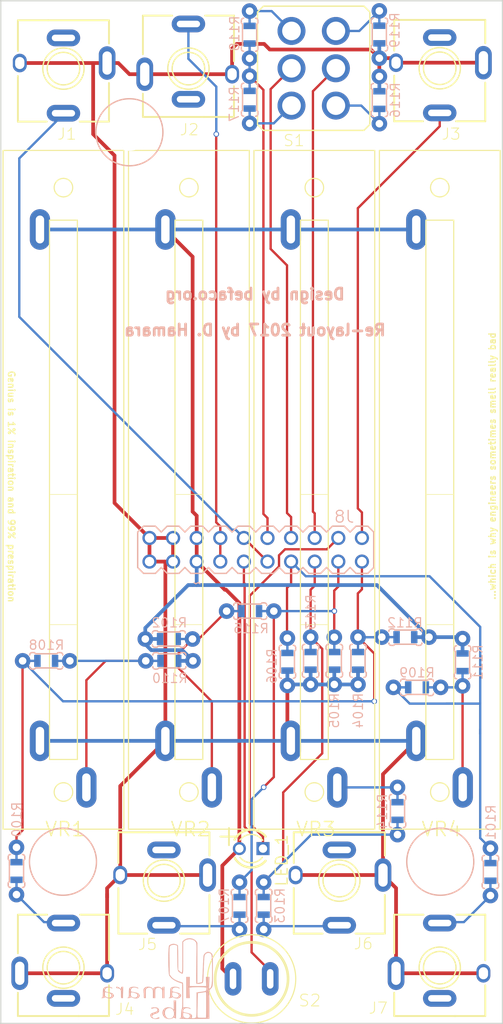
<source format=kicad_pcb>
(kicad_pcb (version 4) (host pcbnew 4.0.5)
  (layers (0 Top signal) (31 Bottom signal) (34 B.Paste user hide) (35 F.Paste user hide) (36 B.SilkS user) (37 F.SilkS user) (38 B.Mask user hide) (39 F.Mask user hide) (44 Edge.Cuts user))
  (net 0 "")
  (net 1 +12V)
  (net 2 GND)
  (net 3 /N$24)
  (net 4 /N$51)
  (net 5 /N$3)
  (net 6 /N$50)
  (net 7 /N$49)
  (net 8 /N$46)
  (net 9 /N$48)
  (net 10 /N$2)
  (net 11 /N$27)
  (net 12 /N$18)
  (net 13 /N$14)
  (net 14 /N$11)
  (net 15 TO_OUT)
  (net 16 TO_ATTACK_CV)
  (net 17 TO_DECCAY_CV)
  (net 18 TO_SUSTAIN_CV)
  (net 19 TO_RELEASE_CV)
  (net 20 TO_GATE_IN)
  (net 21 TO_MANUAL_TRIG)
  (net 22 TO_LED)
  (net 23 TO_IC_1_X)
  (net 24 TO_IC5_6)
  (net 25 TO_IC2_5)
  (net 26 TO_TRIGG_IN)
  (net 27 "Net-(J1-Pad2)")
  (net 28 "Net-(J2-Pad2)")
  (net 29 "Net-(J3-Pad2)")
  (net 30 "Net-(J4-Pad2)")
  (net 31 "Net-(J5-Pad2)")
  (net 32 "Net-(J6-Pad2)")
  (net 33 "Net-(J7-Pad2)")
  (module ADSR_FRONT:MA10-2 (layer Bottom) (at 148.941316 109.0536 180)
    (fp_text reference J8 (at -9.525 3.556 180) (layer B.SilkS) (effects (font (size 1.27 1.27) (thickness 0.127)) (justify mirror)))
    (fp_text value ~ (at 6.35 -3.556 180) (layer B.SilkS) (effects (font (size 1.27 1.27) (thickness 0.127)) (justify mirror)))
    (pad 1 thru_hole circle (at -11.43 -1.27 180) (size 1.524 3.048) (drill 1.016) (layers *.Cu *.Paste *.Mask) (net 16 TO_ATTACK_CV))
    (pad 2 thru_hole circle (at -11.43 1.27 180) (size 1.524 3.048) (drill 1.016) (layers *.Cu *.Paste *.Mask) (net 15 TO_OUT))
    (pad 3 thru_hole circle (at -8.89 -1.27 180) (size 1.524 3.048) (drill 1.016) (layers *.Cu *.Paste *.Mask) (net 17 TO_DECCAY_CV))
    (pad 4 thru_hole circle (at -8.89 1.27 180) (size 1.524 3.048) (drill 1.016) (layers *.Cu *.Paste *.Mask) (net 22 TO_LED))
    (pad 5 thru_hole circle (at -6.35 -1.27 180) (size 1.524 3.048) (drill 1.016) (layers *.Cu *.Paste *.Mask) (net 18 TO_SUSTAIN_CV))
    (pad 6 thru_hole circle (at -6.35 1.27 180) (size 1.524 3.048) (drill 1.016) (layers *.Cu *.Paste *.Mask) (net 23 TO_IC_1_X))
    (pad 7 thru_hole circle (at -3.81 -1.27 180) (size 1.524 3.048) (drill 1.016) (layers *.Cu *.Paste *.Mask) (net 19 TO_RELEASE_CV))
    (pad 8 thru_hole circle (at -3.81 1.27 180) (size 1.524 3.048) (drill 1.016) (layers *.Cu *.Paste *.Mask) (net 24 TO_IC5_6))
    (pad 9 thru_hole circle (at -1.27 -1.27 180) (size 1.524 3.048) (drill 1.016) (layers *.Cu *.Paste *.Mask) (net 20 TO_GATE_IN))
    (pad 10 thru_hole circle (at -1.27 1.27 180) (size 1.524 3.048) (drill 1.016) (layers *.Cu *.Paste *.Mask) (net 25 TO_IC2_5))
    (pad 11 thru_hole circle (at 1.27 -1.27 180) (size 1.524 3.048) (drill 1.016) (layers *.Cu *.Paste *.Mask) (net 21 TO_MANUAL_TRIG))
    (pad 12 thru_hole circle (at 1.27 1.27 180) (size 1.524 3.048) (drill 1.016) (layers *.Cu *.Paste *.Mask) (net 20 TO_GATE_IN))
    (pad 13 thru_hole circle (at 3.81 -1.27 180) (size 1.524 3.048) (drill 1.016) (layers *.Cu *.Paste *.Mask) (net 26 TO_TRIGG_IN))
    (pad 14 thru_hole circle (at 3.81 1.27 180) (size 1.524 3.048) (drill 1.016) (layers *.Cu *.Paste *.Mask) (net 26 TO_TRIGG_IN))
    (pad 15 thru_hole circle (at 6.35 -1.27 180) (size 1.524 3.048) (drill 1.016) (layers *.Cu *.Paste *.Mask) (net 1 +12V))
    (pad 16 thru_hole circle (at 6.35 1.27 180) (size 1.524 3.048) (drill 1.016) (layers *.Cu *.Paste *.Mask) (net 1 +12V))
    (pad 17 thru_hole circle (at 8.89 -1.27 180) (size 1.524 3.048) (drill 1.016) (layers *.Cu *.Paste *.Mask) (net 2 GND))
    (pad 18 thru_hole circle (at 8.89 1.27 180) (size 1.524 3.048) (drill 1.016) (layers *.Cu *.Paste *.Mask) (net 2 GND))
    (pad 19 thru_hole circle (at 11.43 -1.27 180) (size 1.524 3.048) (drill 1.016) (layers *.Cu *.Paste *.Mask) (net 2 GND))
    (pad 20 thru_hole circle (at 11.43 1.27 180) (size 1.524 3.048) (drill 1.016) (layers *.Cu *.Paste *.Mask) (net 2 GND))
  )
  (module Daves_footprints:Button_PS1024 (layer Top) (at 148.5 155.2)
    (fp_text reference S2 (at 6.26 2.33) (layer F.SilkS) (effects (font (size 1.27 1.27) (thickness 0.1016))))
    (fp_text value PS1024)
    (pad P$1 thru_hole oval (at -2 0 180) (size 1.8 3.6) (drill oval 0.7 2.2) (layers *.Cu *.Paste *.Mask) (net 1 +12V))
    (pad P$2 thru_hole oval (at 2 0 180) (size 1.8 3.6) (drill oval 0.7 2.1) (layers *.Cu *.Paste *.Mask) (net 21 TO_MANUAL_TRIG))
  )
  (module Daves_footprints:Hamara_labs_4_tiny (layer Bottom) (at 138.3 155.2 180)
    (fp_text reference G*** hide)
    (fp_text value LOGO hide)
  )
  (module Daves_footprints:Keystone_8848_spacer (layer Bottom) (at 168.801316 142.6036)
    (fp_text reference @HOLE2 hide)
    (fp_text value "")
    (pad "" np_thru_hole circle (at 0 0) (size 4 4) (drill 4) (layers *.Cu *.Mask))
  )
  (module Daves_footprints:Keystone_8848_spacer (layer Bottom) (at 128.201316 142.6036)
    (fp_text reference @HOLE1 hide)
    (fp_text value "")
    (pad "" np_thru_hole circle (at 0 0) (size 4 4) (drill 4) (layers *.Cu *.Mask))
  )
  (module Daves_footprints:Keystone_8848_spacer (layer Bottom) (at 135.35 64.15)
    (fp_text reference @HOLE0 hide)
    (fp_text value "")
    (pad "" np_thru_hole circle (at 0 0) (size 4 4) (drill 4) (layers *.Cu *.Mask))
  )
  (module Daves_footprints:Befaco_DPDT_toggle (layer Top) (at 155.180316 57.2676)
    (fp_text reference S1 (at -2.120316 7.7724) (layer F.SilkS) (effects (font (size 1.2065 1.2065) (thickness 0.1016))))
    (fp_text value Toggle)
    (pad 1 thru_hole circle (at -2.3876 -4.0132) (size 3.0099 3.0099) (drill 2.0066) (layers *.Cu *.Paste *.Mask) (net 13 /N$14))
    (pad 2 thru_hole circle (at -2.3876 0) (size 3.0099 3.0099) (drill 2.0066) (layers *.Cu *.Paste *.Mask) (net 24 TO_IC5_6))
    (pad 3 thru_hole circle (at -2.3876 4.0132) (size 3.0099 3.0099) (drill 2.0066) (layers *.Cu *.Paste *.Mask) (net 12 /N$18))
    (pad 4 thru_hole circle (at 2.3876 -4.0132) (size 3.0099 3.0099) (drill 2.0066) (layers *.Cu *.Paste *.Mask) (net 14 /N$11))
    (pad 5 thru_hole circle (at 2.3876 0) (size 3.0099 3.0099) (drill 2.0066) (layers *.Cu *.Paste *.Mask) (net 23 TO_IC_1_X))
    (pad 6 thru_hole circle (at 2.3876 4.0132) (size 3.0099 3.0099) (drill 2.0066) (layers *.Cu *.Paste *.Mask) (net 11 /N$27))
  )
  (module Daves_footprints:Befaco_VCADSR_SLIDER (layer Top) (at 128.251316 139.1036 90)
    (fp_text reference VR1 (at 0.0036 0.168684 180) (layer F.SilkS))
    (fp_text value 100K)
    (pad P$1 thru_hole oval (at 9.4996 -2.52984) (size 2.18186 4.36626) (drill oval 0.9 3) (layers *.Cu *.Paste *.Mask) (net 2 GND))
    (pad P$2 thru_hole oval (at 4.49834 2.46888) (size 2.18186 4.36626) (drill oval 0.9 3) (layers *.Cu *.Paste *.Mask) (net 8 /N$46))
    (pad P$3 thru_hole oval (at 64.49822 -2.52984) (size 2.18186 4.36626) (drill oval 0.9 3) (layers *.Cu *.Paste *.Mask) (net 1 +12V))
  )
  (module Daves_footprints:Befaco_VCADSR_SLIDER (layer Top) (at 141.751316 139.1036 90)
    (fp_text reference VR2 (at 0.0036 0.168684 180) (layer F.SilkS))
    (fp_text value 100K)
    (pad P$1 thru_hole oval (at 9.4996 -2.52984) (size 2.18186 4.36626) (drill oval 0.9 3) (layers *.Cu *.Paste *.Mask) (net 2 GND))
    (pad P$2 thru_hole oval (at 4.49834 2.46888) (size 2.18186 4.36626) (drill oval 0.9 3) (layers *.Cu *.Paste *.Mask) (net 7 /N$49))
    (pad P$3 thru_hole oval (at 64.49822 -2.52984) (size 2.18186 4.36626) (drill oval 0.9 3) (layers *.Cu *.Paste *.Mask) (net 1 +12V))
  )
  (module Daves_footprints:Befaco_VCADSR_SLIDER (layer Top) (at 155.251316 139.1036 90)
    (fp_text reference VR3 (at 0.0036 0.168684 180) (layer F.SilkS))
    (fp_text value 100K)
    (pad P$1 thru_hole oval (at 9.4996 -2.52984) (size 2.18186 4.36626) (drill oval 0.9 3) (layers *.Cu *.Paste *.Mask) (net 2 GND))
    (pad P$2 thru_hole oval (at 4.49834 2.46888) (size 2.18186 4.36626) (drill oval 0.9 3) (layers *.Cu *.Paste *.Mask) (net 10 /N$2))
    (pad P$3 thru_hole oval (at 64.49822 -2.52984) (size 2.18186 4.36626) (drill oval 0.9 3) (layers *.Cu *.Paste *.Mask) (net 1 +12V))
  )
  (module Daves_footprints:Befaco_VCADSR_SLIDER (layer Top) (at 168.751316 139.1036 90)
    (fp_text reference VR4 (at 0.0036 0.168684 180) (layer F.SilkS))
    (fp_text value 100K)
    (pad P$1 thru_hole oval (at 9.4996 -2.52984) (size 2.18186 4.36626) (drill oval 0.9 3) (layers *.Cu *.Paste *.Mask) (net 2 GND))
    (pad P$2 thru_hole oval (at 4.49834 2.46888) (size 2.18186 4.36626) (drill oval 0.9 3) (layers *.Cu *.Paste *.Mask) (net 9 /N$48))
    (pad P$3 thru_hole oval (at 64.49822 -2.52984) (size 2.18186 4.36626) (drill oval 0.9 3) (layers *.Cu *.Paste *.Mask) (net 1 +12V))
  )
  (module Daves_footprints:Befaco_LED3MM (layer Top) (at 148.453316 141.1916)
    (fp_text reference LED_1 (at 3.286684 1.2684 90) (layer F.SilkS) (effects (font (size 1.27 1.27) (thickness 0.1524))))
    (fp_text value LED3MM)
    (pad A thru_hole circle (at -1.27 0) (size 1.40716 1.40716) (drill 0.89916) (layers *.Cu *.Paste *.Mask) (net 1 +12V))
    (pad K thru_hole rect (at 1.27 0) (size 1.40716 1.40716) (drill 0.89916) (layers *.Cu *.Paste *.Mask) (net 22 TO_LED))
  )
  (module Daves_footprints:Befaco-0204_5_SMD (layer Bottom) (at 162.243816 53.638 90)
    (fp_text reference R119 (at 0.4699 1.6637 90) (layer B.SilkS) (effects (font (size 0.9906 0.9906) (thickness 0.127)) (justify mirror)))
    (fp_text value 100K)
    (pad 1 thru_hole circle (at -2.54 0 90) (size 1.6764 1.6764) (drill 0.8128) (layers *.Cu *.Paste *.Mask) (net 2 GND))
    (pad 2 thru_hole circle (at 2.54 0 90) (size 1.6764 1.6764) (drill 0.8128) (layers *.Cu *.Paste *.Mask) (net 14 /N$11))
    (pad 1 smd rect (at -0.95 0 90) (size 0.7 1.3) (layers Bottom B.Paste B.Mask) (net 2 GND))
    (pad 2 smd rect (at 0.95 0 90) (size 0.7 1.3) (layers Bottom B.Paste B.Mask) (net 14 /N$11))
  )
  (module Daves_footprints:Befaco-0204_5_SMD (layer Bottom) (at 148.283616 53.6596 90)
    (fp_text reference R118 (at 0.1346 -1.608616 90) (layer B.SilkS) (effects (font (size 0.9906 0.9906) (thickness 0.127)) (justify mirror)))
    (fp_text value 270R)
    (pad 1 thru_hole circle (at -2.54 0 90) (size 1.6764 1.6764) (drill 0.8128) (layers *.Cu *.Paste *.Mask) (net 25 TO_IC2_5))
    (pad 2 thru_hole circle (at 2.54 0 90) (size 1.6764 1.6764) (drill 0.8128) (layers *.Cu *.Paste *.Mask) (net 13 /N$14))
    (pad 1 smd rect (at -0.95 0 90) (size 0.7 1.3) (layers Bottom B.Paste B.Mask) (net 25 TO_IC2_5))
    (pad 2 smd rect (at 0.95 0 90) (size 0.7 1.3) (layers Bottom B.Paste B.Mask) (net 13 /N$14))
  )
  (module Daves_footprints:Befaco-0204_5_SMD (layer Bottom) (at 148.289016 60.6499 270)
    (fp_text reference R117 (at 0.4699 1.6637 270) (layer B.SilkS) (effects (font (size 0.9906 0.9906) (thickness 0.127)) (justify mirror)))
    (fp_text value 15K)
    (pad 1 thru_hole circle (at -2.54 0 270) (size 1.6764 1.6764) (drill 0.8128) (layers *.Cu *.Paste *.Mask) (net 25 TO_IC2_5))
    (pad 2 thru_hole circle (at 2.54 0 270) (size 1.6764 1.6764) (drill 0.8128) (layers *.Cu *.Paste *.Mask) (net 12 /N$18))
    (pad 1 smd rect (at -0.95 0 270) (size 0.7 1.3) (layers Bottom B.Paste B.Mask) (net 25 TO_IC2_5))
    (pad 2 smd rect (at 0.95 0 270) (size 0.7 1.3) (layers Bottom B.Paste B.Mask) (net 12 /N$18))
  )
  (module Daves_footprints:Befaco-0204_5_SMD (layer Bottom) (at 162.249216 60.6877 270)
    (fp_text reference R116 (at 0.0123 -1.700784 270) (layer B.SilkS) (effects (font (size 0.9906 0.9906) (thickness 0.127)) (justify mirror)))
    (fp_text value 27K)
    (pad 1 thru_hole circle (at -2.54 0 270) (size 1.6764 1.6764) (drill 0.8128) (layers *.Cu *.Paste *.Mask) (net 2 GND))
    (pad 2 thru_hole circle (at 2.54 0 270) (size 1.6764 1.6764) (drill 0.8128) (layers *.Cu *.Paste *.Mask) (net 11 /N$27))
    (pad 1 smd rect (at -0.95 0 270) (size 0.7 1.3) (layers Bottom B.Paste B.Mask) (net 2 GND))
    (pad 2 smd rect (at 0.95 0 270) (size 0.7 1.3) (layers Bottom B.Paste B.Mask) (net 11 /N$27))
  )
  (module Daves_footprints:Befaco-0204_5_SMD (layer Bottom) (at 148.35 115.65)
    (fp_text reference R115 (at 0.1 1.875) (layer B.SilkS) (effects (font (size 0.9906 0.9906) (thickness 0.127)) (justify mirror)))
    (fp_text value 30K)
    (pad 1 thru_hole circle (at -2.54 0) (size 1.6764 1.6764) (drill 0.8128) (layers *.Cu *.Paste *.Mask) (net 7 /N$49))
    (pad 2 thru_hole circle (at 2.54 0) (size 1.6764 1.6764) (drill 0.8128) (layers *.Cu *.Paste *.Mask) (net 17 TO_DECCAY_CV))
    (pad 1 smd rect (at -0.95 0) (size 0.7 1.3) (layers Bottom B.Paste B.Mask) (net 7 /N$49))
    (pad 2 smd rect (at 0.95 0) (size 0.7 1.3) (layers Bottom B.Paste B.Mask) (net 17 TO_DECCAY_CV))
  )
  (module Daves_footprints:Befaco-0204_5_SMD (layer Bottom) (at 164.2 137.15 270)
    (fp_text reference R114 (at 0.05 1.625 270) (layer B.SilkS) (effects (font (size 0.9906 0.9906) (thickness 0.127)) (justify mirror)))
    (fp_text value 30K)
    (pad 1 thru_hole circle (at -2.54 0 270) (size 1.6764 1.6764) (drill 0.8128) (layers *.Cu *.Paste *.Mask) (net 10 /N$2))
    (pad 2 thru_hole circle (at 2.54 0 270) (size 1.6764 1.6764) (drill 0.8128) (layers *.Cu *.Paste *.Mask) (net 18 TO_SUSTAIN_CV))
    (pad 1 smd rect (at -0.95 0 270) (size 0.7 1.3) (layers Bottom B.Paste B.Mask) (net 10 /N$2))
    (pad 2 smd rect (at 0.95 0 270) (size 0.7 1.3) (layers Bottom B.Paste B.Mask) (net 18 TO_SUSTAIN_CV))
  )
  (module Daves_footprints:Befaco-0204_5_SMD (layer Bottom) (at 154.85 121 270)
    (fp_text reference R113 (at -5.25 -0.025 270) (layer B.SilkS) (effects (font (size 0.9906 0.9906) (thickness 0.127)) (justify mirror)))
    (fp_text value 20K)
    (pad 1 thru_hole circle (at -2.54 0 270) (size 1.6764 1.6764) (drill 0.8128) (layers *.Cu *.Paste *.Mask) (net 18 TO_SUSTAIN_CV))
    (pad 2 thru_hole circle (at 2.54 0 270) (size 1.6764 1.6764) (drill 0.8128) (layers *.Cu *.Paste *.Mask) (net 2 GND))
    (pad 1 smd rect (at -0.95 0 270) (size 0.7 1.3) (layers Bottom B.Paste B.Mask) (net 18 TO_SUSTAIN_CV))
    (pad 2 smd rect (at 0.95 0 270) (size 0.7 1.3) (layers Bottom B.Paste B.Mask) (net 2 GND))
  )
  (module Daves_footprints:Befaco-0204_5_SMD (layer Bottom) (at 165.05 118.45 180)
    (fp_text reference R112 (at 0.05 1.55 180) (layer B.SilkS) (effects (font (size 0.9906 0.9906) (thickness 0.127)) (justify mirror)))
    (fp_text value 68K)
    (pad 1 thru_hole circle (at -2.54 0 180) (size 1.6764 1.6764) (drill 0.8128) (layers *.Cu *.Paste *.Mask) (net 1 +12V))
    (pad 2 thru_hole circle (at 2.54 0 180) (size 1.6764 1.6764) (drill 0.8128) (layers *.Cu *.Paste *.Mask) (net 16 TO_ATTACK_CV))
    (pad 1 smd rect (at -0.95 0 180) (size 0.7 1.3) (layers Bottom B.Paste B.Mask) (net 1 +12V))
    (pad 2 smd rect (at 0.95 0 180) (size 0.7 1.3) (layers Bottom B.Paste B.Mask) (net 16 TO_ATTACK_CV))
  )
  (module Daves_footprints:Befaco-0204_5_SMD (layer Bottom) (at 171.2 121.15 90)
    (fp_text reference R111 (at 0 1.65 90) (layer B.SilkS) (effects (font (size 0.9906 0.9906) (thickness 0.127)) (justify mirror)))
    (fp_text value 10K)
    (pad 1 thru_hole circle (at -2.54 0 90) (size 1.6764 1.6764) (drill 0.8128) (layers *.Cu *.Paste *.Mask) (net 9 /N$48))
    (pad 2 thru_hole circle (at 2.54 0 90) (size 1.6764 1.6764) (drill 0.8128) (layers *.Cu *.Paste *.Mask) (net 1 +12V))
    (pad 1 smd rect (at -0.95 0 90) (size 0.7 1.3) (layers Bottom B.Paste B.Mask) (net 9 /N$48))
    (pad 2 smd rect (at 0.95 0 90) (size 0.7 1.3) (layers Bottom B.Paste B.Mask) (net 1 +12V))
  )
  (module Daves_footprints:Befaco-0204_5_SMD (layer Bottom) (at 139.65 121)
    (fp_text reference R110 (at 0.05 1.875) (layer B.SilkS) (effects (font (size 0.9906 0.9906) (thickness 0.127)) (justify mirror)))
    (fp_text value 10K)
    (pad 1 thru_hole circle (at -2.54 0) (size 1.6764 1.6764) (drill 0.8128) (layers *.Cu *.Paste *.Mask) (net 8 /N$46))
    (pad 2 thru_hole circle (at 2.54 0) (size 1.6764 1.6764) (drill 0.8128) (layers *.Cu *.Paste *.Mask) (net 1 +12V))
    (pad 1 smd rect (at -0.95 0) (size 0.7 1.3) (layers Bottom B.Paste B.Mask) (net 8 /N$46))
    (pad 2 smd rect (at 0.95 0) (size 0.7 1.3) (layers Bottom B.Paste B.Mask) (net 1 +12V))
  )
  (module Daves_footprints:Befaco-0204_5_SMD (layer Bottom) (at 166.3 123.85 180)
    (fp_text reference R109 (at 0 1.575 180) (layer B.SilkS) (effects (font (size 0.9906 0.9906) (thickness 0.127)) (justify mirror)))
    (fp_text value 30K)
    (pad 1 thru_hole circle (at -2.54 0 180) (size 1.6764 1.6764) (drill 0.8128) (layers *.Cu *.Paste *.Mask) (net 9 /N$48))
    (pad 2 thru_hole circle (at 2.54 0 180) (size 1.6764 1.6764) (drill 0.8128) (layers *.Cu *.Paste *.Mask) (net 19 TO_RELEASE_CV))
    (pad 1 smd rect (at -0.95 0 180) (size 0.7 1.3) (layers Bottom B.Paste B.Mask) (net 9 /N$48))
    (pad 2 smd rect (at 0.95 0 180) (size 0.7 1.3) (layers Bottom B.Paste B.Mask) (net 19 TO_RELEASE_CV))
  )
  (module Daves_footprints:Befaco-0204_5_SMD (layer Bottom) (at 126.4 121 180)
    (fp_text reference R108 (at -0.025 1.7 180) (layer B.SilkS) (effects (font (size 0.9906 0.9906) (thickness 0.127)) (justify mirror)))
    (fp_text value 30K)
    (pad 1 thru_hole circle (at -2.54 0 180) (size 1.6764 1.6764) (drill 0.8128) (layers *.Cu *.Paste *.Mask) (net 8 /N$46))
    (pad 2 thru_hole circle (at 2.54 0 180) (size 1.6764 1.6764) (drill 0.8128) (layers *.Cu *.Paste *.Mask) (net 16 TO_ATTACK_CV))
    (pad 1 smd rect (at -0.95 0 180) (size 0.7 1.3) (layers Bottom B.Paste B.Mask) (net 8 /N$46))
    (pad 2 smd rect (at 0.95 0 180) (size 0.7 1.3) (layers Bottom B.Paste B.Mask) (net 16 TO_ATTACK_CV))
  )
  (module Daves_footprints:Befaco-0204_5_SMD (layer Bottom) (at 147.2 147.35 90)
    (fp_text reference R107 (at 0.025 -1.65 90) (layer B.SilkS) (effects (font (size 0.9906 0.9906) (thickness 0.127)) (justify mirror)))
    (fp_text value 30K)
    (pad 1 thru_hole circle (at -2.54 0 90) (size 1.6764 1.6764) (drill 0.8128) (layers *.Cu *.Paste *.Mask) (net 4 /N$51))
    (pad 2 thru_hole circle (at 2.54 0 90) (size 1.6764 1.6764) (drill 0.8128) (layers *.Cu *.Paste *.Mask) (net 17 TO_DECCAY_CV))
    (pad 1 smd rect (at -0.95 0 90) (size 0.7 1.3) (layers Bottom B.Paste B.Mask) (net 4 /N$51))
    (pad 2 smd rect (at 0.95 0 90) (size 0.7 1.3) (layers Bottom B.Paste B.Mask) (net 17 TO_DECCAY_CV))
  )
  (module Daves_footprints:Befaco-0204_5_SMD (layer Bottom) (at 152.35 121.1 270)
    (fp_text reference R106 (at 0.4699 1.6637 270) (layer B.SilkS) (effects (font (size 0.9906 0.9906) (thickness 0.127)) (justify mirror)))
    (fp_text value 1K)
    (pad 1 thru_hole circle (at -2.54 0 270) (size 1.6764 1.6764) (drill 0.8128) (layers *.Cu *.Paste *.Mask) (net 19 TO_RELEASE_CV))
    (pad 2 thru_hole circle (at 2.54 0 270) (size 1.6764 1.6764) (drill 0.8128) (layers *.Cu *.Paste *.Mask) (net 2 GND))
    (pad 1 smd rect (at -0.95 0 270) (size 0.7 1.3) (layers Bottom B.Paste B.Mask) (net 19 TO_RELEASE_CV))
    (pad 2 smd rect (at 0.95 0 270) (size 0.7 1.3) (layers Bottom B.Paste B.Mask) (net 2 GND))
  )
  (module Daves_footprints:Befaco-0204_5_SMD (layer Bottom) (at 157.4 121 270)
    (fp_text reference R105 (at 5.35 0 270) (layer B.SilkS) (effects (font (size 0.9906 0.9906) (thickness 0.127)) (justify mirror)))
    (fp_text value 1K)
    (pad 1 thru_hole circle (at -2.54 0 270) (size 1.6764 1.6764) (drill 0.8128) (layers *.Cu *.Paste *.Mask) (net 17 TO_DECCAY_CV))
    (pad 2 thru_hole circle (at 2.54 0 270) (size 1.6764 1.6764) (drill 0.8128) (layers *.Cu *.Paste *.Mask) (net 2 GND))
    (pad 1 smd rect (at -0.95 0 270) (size 0.7 1.3) (layers Bottom B.Paste B.Mask) (net 17 TO_DECCAY_CV))
    (pad 2 smd rect (at 0.95 0 270) (size 0.7 1.3) (layers Bottom B.Paste B.Mask) (net 2 GND))
  )
  (module Daves_footprints:Befaco-0204_5_SMD (layer Bottom) (at 159.95 121 270)
    (fp_text reference R104 (at 5.35 -0.025 270) (layer B.SilkS) (effects (font (size 0.9906 0.9906) (thickness 0.127)) (justify mirror)))
    (fp_text value 1K)
    (pad 1 thru_hole circle (at -2.54 0 270) (size 1.6764 1.6764) (drill 0.8128) (layers *.Cu *.Paste *.Mask) (net 16 TO_ATTACK_CV))
    (pad 2 thru_hole circle (at 2.54 0 270) (size 1.6764 1.6764) (drill 0.8128) (layers *.Cu *.Paste *.Mask) (net 2 GND))
    (pad 1 smd rect (at -0.95 0 270) (size 0.7 1.3) (layers Bottom B.Paste B.Mask) (net 16 TO_ATTACK_CV))
    (pad 2 smd rect (at 0.95 0 270) (size 0.7 1.3) (layers Bottom B.Paste B.Mask) (net 2 GND))
  )
  (module Daves_footprints:Befaco-0204_5_SMD (layer Bottom) (at 149.8 147.35 90)
    (fp_text reference R103 (at 0.025 1.75 90) (layer B.SilkS) (effects (font (size 0.9906 0.9906) (thickness 0.127)) (justify mirror)))
    (fp_text value 30K)
    (pad 1 thru_hole circle (at -2.54 0 90) (size 1.6764 1.6764) (drill 0.8128) (layers *.Cu *.Paste *.Mask) (net 5 /N$3))
    (pad 2 thru_hole circle (at 2.54 0 90) (size 1.6764 1.6764) (drill 0.8128) (layers *.Cu *.Paste *.Mask) (net 18 TO_SUSTAIN_CV))
    (pad 1 smd rect (at -0.95 0 90) (size 0.7 1.3) (layers Bottom B.Paste B.Mask) (net 5 /N$3))
    (pad 2 smd rect (at 0.95 0 90) (size 0.7 1.3) (layers Bottom B.Paste B.Mask) (net 18 TO_SUSTAIN_CV))
  )
  (module Daves_footprints:Befaco-0204_5_SMD (layer Bottom) (at 139.6 118.65 180)
    (fp_text reference R102 (at -0.05 1.75 180) (layer B.SilkS) (effects (font (size 0.9906 0.9906) (thickness 0.127)) (justify mirror)))
    (fp_text value 10K)
    (pad 1 thru_hole circle (at -2.54 0 180) (size 1.6764 1.6764) (drill 0.8128) (layers *.Cu *.Paste *.Mask) (net 7 /N$49))
    (pad 2 thru_hole circle (at 2.54 0 180) (size 1.6764 1.6764) (drill 0.8128) (layers *.Cu *.Paste *.Mask) (net 1 +12V))
    (pad 1 smd rect (at -0.95 0 180) (size 0.7 1.3) (layers Bottom B.Paste B.Mask) (net 7 /N$49))
    (pad 2 smd rect (at 0.95 0 180) (size 0.7 1.3) (layers Bottom B.Paste B.Mask) (net 1 +12V))
  )
  (module Daves_footprints:Befaco-0204_5_SMD (layer Bottom) (at 174.2 143.7 90)
    (fp_text reference R101 (at 5.325 0.05 90) (layer B.SilkS) (effects (font (size 0.9906 0.9906) (thickness 0.127)) (justify mirror)))
    (fp_text value 30K)
    (pad 1 thru_hole circle (at -2.54 0 90) (size 1.6764 1.6764) (drill 0.8128) (layers *.Cu *.Paste *.Mask) (net 6 /N$50))
    (pad 2 thru_hole circle (at 2.54 0 90) (size 1.6764 1.6764) (drill 0.8128) (layers *.Cu *.Paste *.Mask) (net 19 TO_RELEASE_CV))
    (pad 1 smd rect (at -0.95 0 90) (size 0.7 1.3) (layers Bottom B.Paste B.Mask) (net 6 /N$50))
    (pad 2 smd rect (at 0.95 0 90) (size 0.7 1.3) (layers Bottom B.Paste B.Mask) (net 19 TO_RELEASE_CV))
  )
  (module Daves_footprints:Befaco-0204_5_SMD (layer Bottom) (at 123.2 143.6 90)
    (fp_text reference R100 (at 5.525 0.025 90) (layer B.SilkS) (effects (font (size 0.9906 0.9906) (thickness 0.127)) (justify mirror)))
    (fp_text value 30K)
    (pad 1 thru_hole circle (at -2.54 0 90) (size 1.6764 1.6764) (drill 0.8128) (layers *.Cu *.Paste *.Mask) (net 3 /N$24))
    (pad 2 thru_hole circle (at 2.54 0 90) (size 1.6764 1.6764) (drill 0.8128) (layers *.Cu *.Paste *.Mask) (net 16 TO_ATTACK_CV))
    (pad 1 smd rect (at -0.95 0 90) (size 0.7 1.3) (layers Bottom B.Paste B.Mask) (net 3 /N$24))
    (pad 2 smd rect (at 0.95 0 90) (size 0.7 1.3) (layers Bottom B.Paste B.Mask) (net 16 TO_ATTACK_CV))
  )
  (module Daves_footprints:PJ301BM-JACK-slots (layer Top) (at 157.937316 144.6356 180)
    (fp_text reference J6 (at -1.487684 -7.4894 180) (layer F.SilkS) (effects (font (size 1.2065 1.2065) (thickness 0.1016)) (justify left bottom)))
    (fp_text value PJ301BM)
    (pad 1 thru_hole oval (at -4.7 0.6 180) (size 1.8 3.6) (drill oval 1 2.5) (layers *.Cu *.Mask) (net 2 GND))
    (pad 4 thru_hole oval (at 4.7 0.6 180) (size 1.5 2) (drill oval 1 1.3) (layers *.Cu *.Mask) (net 2 GND))
    (pad 2 thru_hole oval (at 0 3.3 180) (size 3.6 1.8) (drill oval 2.5 0.7) (layers *.Cu *.Mask) (net 32 "Net-(J6-Pad2)"))
    (pad 3 thru_hole oval (at 0 -4.8 180) (size 3.6 1.8) (drill oval 2.5 0.7) (layers *.Cu *.Mask) (net 5 /N$3))
  )
  (module Daves_footprints:PJ301BM-JACK-slots (layer Top) (at 139.065316 144.6356 180)
    (fp_text reference J5 (at 2.865316 -7.5644 180) (layer F.SilkS) (effects (font (size 1.2065 1.2065) (thickness 0.1016)) (justify left bottom)))
    (fp_text value PJ301BM)
    (pad 1 thru_hole oval (at -4.7 0.6 180) (size 1.8 3.6) (drill oval 1 2.5) (layers *.Cu *.Mask) (net 2 GND))
    (pad 4 thru_hole oval (at 4.7 0.6 180) (size 1.5 2) (drill oval 1 1.3) (layers *.Cu *.Mask) (net 2 GND))
    (pad 2 thru_hole oval (at 0 3.3 180) (size 3.6 1.8) (drill oval 2.5 0.7) (layers *.Cu *.Mask) (net 31 "Net-(J5-Pad2)"))
    (pad 3 thru_hole oval (at 0 -4.8 180) (size 3.6 1.8) (drill oval 2.5 0.7) (layers *.Cu *.Mask) (net 4 /N$51))
  )
  (module Daves_footprints:PJ301BM-JACK-slots (layer Top) (at 128.251316 154)
    (fp_text reference J4 (at 5.498684 5.175) (layer F.SilkS) (effects (font (size 1.2065 1.2065) (thickness 0.1016)) (justify left bottom)))
    (fp_text value PJ301BM)
    (pad 1 thru_hole oval (at -4.7 0.6) (size 1.8 3.6) (drill oval 1 2.5) (layers *.Cu *.Mask) (net 2 GND))
    (pad 4 thru_hole oval (at 4.7 0.6) (size 1.5 2) (drill oval 1 1.3) (layers *.Cu *.Mask) (net 2 GND))
    (pad 2 thru_hole oval (at 0 3.3) (size 3.6 1.8) (drill oval 2.5 0.7) (layers *.Cu *.Mask) (net 30 "Net-(J4-Pad2)"))
    (pad 3 thru_hole oval (at 0 -4.8) (size 3.6 1.8) (drill oval 2.5 0.7) (layers *.Cu *.Mask) (net 3 /N$24))
  )
  (module Daves_footprints:PJ301BM-JACK-slots (layer Top) (at 168.744316 57.2676 180)
    (fp_text reference J3 (at -0.130684 -7.7824 180) (layer F.SilkS) (effects (font (size 1.2065 1.2065) (thickness 0.1016)) (justify left bottom)))
    (fp_text value PJ301BM)
    (pad 1 thru_hole oval (at -4.7 0.6 180) (size 1.8 3.6) (drill oval 1 2.5) (layers *.Cu *.Mask) (net 2 GND))
    (pad 4 thru_hole oval (at 4.7 0.6 180) (size 1.5 2) (drill oval 1 1.3) (layers *.Cu *.Mask) (net 2 GND))
    (pad 2 thru_hole oval (at 0 3.3 180) (size 3.6 1.8) (drill oval 2.5 0.7) (layers *.Cu *.Mask) (net 29 "Net-(J3-Pad2)"))
    (pad 3 thru_hole oval (at 0 -4.8 180) (size 3.6 1.8) (drill oval 2.5 0.7) (layers *.Cu *.Mask) (net 15 TO_OUT))
  )
  (module Daves_footprints:PJ301BM-JACK-slots (layer Top) (at 141.701316 57.3036)
    (fp_text reference J2 (at -1.001316 7.2714) (layer F.SilkS) (effects (font (size 1.2065 1.2065) (thickness 0.1016)) (justify left bottom)))
    (fp_text value PJ301BM)
    (pad 1 thru_hole oval (at -4.7 0.6) (size 1.8 3.6) (drill oval 1 2.5) (layers *.Cu *.Mask) (net 2 GND))
    (pad 4 thru_hole oval (at 4.7 0.6) (size 1.5 2) (drill oval 1 1.3) (layers *.Cu *.Mask) (net 2 GND))
    (pad 2 thru_hole oval (at 0 3.3) (size 3.6 1.8) (drill oval 2.5 0.7) (layers *.Cu *.Mask) (net 28 "Net-(J2-Pad2)"))
    (pad 3 thru_hole oval (at 0 -4.8) (size 3.6 1.8) (drill oval 2.5 0.7) (layers *.Cu *.Mask) (net 26 TO_TRIGG_IN))
  )
  (module Daves_footprints:PJ301BM-JACK-slots (layer Top) (at 128.251316 57.3036 180)
    (fp_text reference J1 (at 0.726316 -7.7464 180) (layer F.SilkS) (effects (font (size 1.2065 1.2065) (thickness 0.1016)) (justify left bottom)))
    (fp_text value PJ301BM)
    (pad 1 thru_hole oval (at -4.7 0.6 180) (size 1.8 3.6) (drill oval 1 2.5) (layers *.Cu *.Mask) (net 2 GND))
    (pad 4 thru_hole oval (at 4.7 0.6 180) (size 1.5 2) (drill oval 1 1.3) (layers *.Cu *.Mask) (net 2 GND))
    (pad 2 thru_hole oval (at 0 3.3 180) (size 3.6 1.8) (drill oval 2.5 0.7) (layers *.Cu *.Mask) (net 27 "Net-(J1-Pad2)"))
    (pad 3 thru_hole oval (at 0 -4.8 180) (size 3.6 1.8) (drill oval 2.5 0.7) (layers *.Cu *.Mask) (net 20 TO_GATE_IN))
  )
  (module Daves_footprints:PJ301BM-JACK-slots (layer Top) (at 168.744316 154)
    (fp_text reference J7 (at -7.719316 5.05) (layer F.SilkS) (effects (font (size 1.2065 1.2065) (thickness 0.1016)) (justify left bottom)))
    (fp_text value PJ301BM)
    (pad 1 thru_hole oval (at -4.7 0.6) (size 1.8 3.6) (drill oval 1 2.5) (layers *.Cu *.Mask) (net 2 GND))
    (pad 4 thru_hole oval (at 4.7 0.6) (size 1.5 2) (drill oval 1 1.3) (layers *.Cu *.Mask) (net 2 GND))
    (pad 2 thru_hole oval (at 0 3.3) (size 3.6 1.8) (drill oval 2.5 0.7) (layers *.Cu *.Mask) (net 33 "Net-(J7-Pad2)"))
    (pad 3 thru_hole oval (at 0 -4.8) (size 3.6 1.8) (drill oval 2.5 0.7) (layers *.Cu *.Mask) (net 6 /N$50))
  )
  (gr_line (start 121.5 50) (end 175.5 50) (angle 90) (layer Edge.Cuts) (width 0.15))
  (gr_text "...which is why engineers sometimes smell really bad" (at 174.4 100.05 90) (layer F.SilkS) (effects (font (size 0.7 0.7))))
  (gr_text "Genius is 1% inspiration and 99% prespiration" (at 122.65 102.25 270) (layer F.SilkS) (effects (font (size 0.7 0.7))))
  (gr_text "Design by befaco.org\n\nRe-layout 2017 by D. Hamara\n" (at 148.85 83.5) (layer B.SilkS) (effects (font (size 1.2 1.2) (thickness 0.3)) (justify mirror)))
  (gr_line (start 121.5 160) (end 121.5 50) (angle 90) (layer Edge.Cuts) (width 0.15))
  (gr_line (start 175.5 160) (end 121.5 160) (angle 90) (layer Edge.Cuts) (width 0.15))
  (gr_line (start 175.5 50) (end 175.5 160) (angle 90) (layer Edge.Cuts) (width 0.15))
  (gr_text + (at 144.437316 141.1261) (layer F.SilkS) (effects (font (size 2.413 2.413) (thickness 0.2032)) (justify left bottom)))
  (segment (start 142.591316 110.3236) (end 142.591316 107.7836) (width 0.4) (layer Top) (net 1))
  (segment (start 142.151316 104.95) (end 142.151316 77.53522) (width 0.4) (layer Top) (net 1))
  (segment (start 142.151316 104.95) (end 142.591316 105.39) (width 0.4) (layer Top) (net 1))
  (segment (start 142.591316 105.39) (end 142.591316 107.7836) (width 0.4) (layer Top) (net 1))
  (segment (start 142.591316 110.3236) (end 145.617716 113.35) (width 0.4) (layer Top) (net 1))
  (segment (start 145.617716 113.35) (end 145.75 113.35) (width 0.4) (layer Top) (net 1))
  (segment (start 142.151316 112.85) (end 142.6 112.85) (width 0.4) (layer Bottom) (net 1))
  (segment (start 142.6 112.85) (end 161.99 112.85) (width 0.4) (layer Bottom) (net 1))
  (segment (start 142.591316 110.3236) (end 142.591316 112.841316) (width 0.4) (layer Bottom) (net 1))
  (segment (start 142.591316 112.841316) (end 142.6 112.85) (width 0.4) (layer Bottom) (net 1))
  (segment (start 171.2 118.61) (end 171.2 120.2) (width 0.4) (layer Bottom) (net 1))
  (segment (start 167.59 118.45) (end 166 118.45) (width 0.4) (layer Bottom) (net 1))
  (segment (start 140.6 121) (end 142.19 121) (width 0.4) (layer Bottom) (net 1))
  (segment (start 137.06 118.65) (end 138.65 118.65) (width 0.4) (layer Bottom) (net 1))
  (segment (start 137.7 119.85) (end 141.04 119.85) (width 0.4) (layer Bottom) (net 1))
  (segment (start 141.04 119.85) (end 142.19 121) (width 0.4) (layer Bottom) (net 1))
  (segment (start 137.06 119.21) (end 137.7 119.85) (width 0.4) (layer Bottom) (net 1))
  (segment (start 137.06 118.65) (end 137.06 119.21) (width 0.4) (layer Bottom) (net 1))
  (segment (start 137.06 118.65) (end 137.06 117.464607) (width 0.4) (layer Bottom) (net 1))
  (segment (start 137.06 117.464607) (end 141.674607 112.85) (width 0.4) (layer Bottom) (net 1))
  (segment (start 141.674607 112.85) (end 142.151316 112.85) (width 0.4) (layer Bottom) (net 1))
  (segment (start 146.45 155.2) (end 145.35 154.1) (width 0.4) (layer Top) (net 1))
  (segment (start 145.35 154.1) (end 145.35 153.45) (width 0.4) (layer Top) (net 1))
  (segment (start 147.183316 141.1916) (end 145.35 143.024916) (width 0.4) (layer Top) (net 1))
  (segment (start 145.35 143.024916) (end 145.35 153.45) (width 0.4) (layer Top) (net 1))
  (segment (start 161.99 112.85) (end 167.59 118.45) (width 0.4) (layer Bottom) (net 1))
  (segment (start 147.183316 126.95) (end 147.183316 114.783316) (width 0.4) (layer Top) (net 1))
  (segment (start 147.183316 114.783316) (end 145.75 113.35) (width 0.4) (layer Top) (net 1))
  (segment (start 167.59 118.45) (end 171.04 118.45) (width 0.4) (layer Bottom) (net 1))
  (segment (start 171.04 118.45) (end 171.2 118.61) (width 0.4) (layer Bottom) (net 1))
  (segment (start 147.183316 141.1916) (end 147.183316 126.95) (width 0.4) (layer Top) (net 1))
  (segment (start 142.151316 120.961316) (end 142.19 121) (width 0.4) (layer Top) (net 1))
  (segment (start 142.151316 77.53522) (end 139.221476 74.60538) (width 0.4) (layer Top) (net 1))
  (segment (start 152.721476 74.60538) (end 166.221476 74.60538) (width 0.4) (layer Bottom) (net 1))
  (segment (start 139.221476 74.60538) (end 152.721476 74.60538) (width 0.4) (layer Bottom) (net 1))
  (segment (start 125.721476 74.60538) (end 139.221476 74.60538) (width 0.4) (layer Bottom) (net 1))
  (segment (start 146.7 54.85) (end 146.9 54.65) (width 0.4) (layer Top) (net 2))
  (segment (start 146.401316 57.9036) (end 146.401316 55.148684) (width 0.4) (layer Top) (net 2))
  (segment (start 146.401316 55.148684) (end 146.7 54.85) (width 0.4) (layer Top) (net 2))
  (segment (start 137.001316 57.9036) (end 146.401316 57.9036) (width 0.4) (layer Top) (net 2))
  (segment (start 131.45 56.7036) (end 132.951316 56.7036) (width 0.4) (layer Top) (net 2))
  (segment (start 123.551316 56.7036) (end 131.45 56.7036) (width 0.4) (layer Top) (net 2))
  (segment (start 131.45 56.7036) (end 131.45 64.35) (width 0.4) (layer Top) (net 2))
  (segment (start 131.45 64.35) (end 133.75 66.65) (width 0.4) (layer Top) (net 2))
  (segment (start 134.1536 56.7036) (end 135.3536 57.9036) (width 0.4) (layer Top) (net 2))
  (segment (start 135.3536 57.9036) (end 137.001316 57.9036) (width 0.4) (layer Top) (net 2))
  (segment (start 132.951316 56.7036) (end 134.1536 56.7036) (width 0.4) (layer Top) (net 2))
  (segment (start 164.044316 56.6676) (end 163.554716 56.178) (width 0.4) (layer Top) (net 2))
  (segment (start 163.554716 56.178) (end 162.243816 56.178) (width 0.4) (layer Top) (net 2))
  (segment (start 173.444316 56.6676) (end 164.044316 56.6676) (width 0.4) (layer Top) (net 2))
  (segment (start 164.044316 154.6) (end 164.044316 145.4426) (width 0.4) (layer Top) (net 2))
  (segment (start 164.044316 145.4426) (end 162.637316 144.0356) (width 0.4) (layer Top) (net 2))
  (segment (start 173.444316 154.6) (end 164.044316 154.6) (width 0.4) (layer Top) (net 2))
  (segment (start 162.637316 144.0356) (end 162.637316 133.18816) (width 0.4) (layer Top) (net 2))
  (segment (start 162.637316 133.18816) (end 166.221476 129.604) (width 0.4) (layer Top) (net 2))
  (segment (start 153.237316 144.0356) (end 162.637316 144.0356) (width 0.4) (layer Top) (net 2))
  (segment (start 140.051316 110.3236) (end 139.125 110.3236) (width 0.4) (layer Top) (net 2))
  (segment (start 139.125 110.3236) (end 137.511316 110.3236) (width 0.4) (layer Top) (net 2))
  (segment (start 139.221476 129.604) (end 139.221476 110.420076) (width 0.4) (layer Top) (net 2))
  (segment (start 139.221476 110.420076) (end 139.125 110.3236) (width 0.4) (layer Top) (net 2))
  (segment (start 135.700476 133.125) (end 136.625476 132.2) (width 0.4) (layer Top) (net 2))
  (segment (start 136.625476 132.2) (end 139.221476 129.604) (width 0.4) (layer Top) (net 2))
  (segment (start 134.365316 144.0356) (end 143.765316 144.0356) (width 0.4) (layer Top) (net 2))
  (segment (start 134.865316 133.96016) (end 135.700476 133.125) (width 0.4) (layer Top) (net 2))
  (segment (start 135.700476 133.125) (end 134.365316 134.46016) (width 0.4) (layer Top) (net 2))
  (segment (start 134.365316 134.46016) (end 134.365316 144.0356) (width 0.4) (layer Top) (net 2))
  (segment (start 132.951316 146.425) (end 132.951316 146.0504) (width 0.4) (layer Top) (net 2))
  (segment (start 132.951316 154.6) (end 132.951316 146.425) (width 0.4) (layer Top) (net 2))
  (segment (start 132.951316 146.425) (end 132.951316 145.4496) (width 0.4) (layer Top) (net 2))
  (segment (start 132.951316 145.4496) (end 134.365316 144.0356) (width 0.4) (layer Top) (net 2))
  (segment (start 131.5 154.6) (end 124.051316 154.6) (width 0.4) (layer Top) (net 2))
  (segment (start 132.451316 154.6) (end 131.5 154.6) (width 0.4) (layer Top) (net 2))
  (segment (start 131.5 154.6) (end 132.951316 154.6) (width 0.4) (layer Top) (net 2))
  (segment (start 164.054716 56.178) (end 164.544316 56.6676) (width 0.4) (layer Top) (net 2))
  (segment (start 137.511316 110.3236) (end 137.511316 107.7836) (width 0.4) (layer Top) (net 2))
  (segment (start 140.051316 107.7836) (end 140.051316 110.3236) (width 0.4) (layer Top) (net 2))
  (segment (start 137.511316 107.7836) (end 140.051316 107.7836) (width 0.4) (layer Top) (net 2))
  (segment (start 133.75 66.65) (end 133.75 104.022284) (width 0.4) (layer Top) (net 2))
  (segment (start 133.75 104.022284) (end 137.511316 107.7836) (width 0.4) (layer Top) (net 2))
  (segment (start 146.9 54.65) (end 149.85 54.65) (width 0.4) (layer Top) (net 2))
  (segment (start 162.249216 58.1477) (end 162.249216 59.7377) (width 0.4) (layer Bottom) (net 2))
  (segment (start 150.45 55.25) (end 161.315816 55.25) (width 0.4) (layer Top) (net 2))
  (segment (start 161.315816 55.25) (end 162.243816 56.178) (width 0.4) (layer Top) (net 2))
  (segment (start 149.85 54.65) (end 150.45 55.25) (width 0.4) (layer Top) (net 2))
  (segment (start 162.243816 56.178) (end 162.243816 54.588) (width 0.4) (layer Bottom) (net 2))
  (segment (start 152.35 123.64) (end 152.35 122.05) (width 0.4) (layer Bottom) (net 2))
  (segment (start 154.85 123.54) (end 154.85 121.95) (width 0.4) (layer Bottom) (net 2))
  (segment (start 157.4 123.54) (end 157.4 121.95) (width 0.4) (layer Bottom) (net 2))
  (segment (start 159.95 123.54) (end 159.95 121.95) (width 0.4) (layer Bottom) (net 2))
  (segment (start 139.221476 129.604) (end 138.973316 129.85216) (width 0.4) (layer Top) (net 2))
  (segment (start 152.721476 129.604) (end 152.35 129.232524) (width 0.4) (layer Top) (net 2))
  (segment (start 152.35 129.232524) (end 152.35 123.64) (width 0.4) (layer Top) (net 2))
  (segment (start 157.4 123.54) (end 159.95 123.54) (width 0.4) (layer Bottom) (net 2))
  (segment (start 154.85 123.54) (end 157.4 123.54) (width 0.4) (layer Bottom) (net 2))
  (segment (start 152.35 123.64) (end 152.45 123.54) (width 0.4) (layer Bottom) (net 2))
  (segment (start 152.45 123.54) (end 154.85 123.54) (width 0.4) (layer Bottom) (net 2))
  (segment (start 154.85 123.54) (end 154.75 123.64) (width 0.4) (layer Bottom) (net 2))
  (segment (start 162.243816 56.178) (end 162.243816 58.1423) (width 0.4) (layer Top) (net 2))
  (segment (start 162.243816 58.1423) (end 162.249216 58.1477) (width 0.4) (layer Top) (net 2))
  (segment (start 139.611316 129.21416) (end 139.221476 129.604) (width 0.4) (layer Top) (net 2))
  (segment (start 139.221476 129.604) (end 125.721476 129.604) (width 0.4) (layer Bottom) (net 2))
  (segment (start 152.721476 129.604) (end 139.221476 129.604) (width 0.4) (layer Bottom) (net 2))
  (segment (start 166.221476 129.604) (end 152.721476 129.604) (width 0.4) (layer Bottom) (net 2))
  (segment (start 123.2 146.14) (end 126.16 149.1) (width 0.25) (layer Bottom) (net 3))
  (segment (start 126.16 149.1) (end 128.251316 149.1) (width 0.25) (layer Bottom) (net 3))
  (segment (start 123.2 146.14) (end 123.2 144.55) (width 0.25) (layer Bottom) (net 3))
  (segment (start 147.2 149.89) (end 147.2 148.3) (width 0.25) (layer Bottom) (net 4))
  (segment (start 139.065316 149.5356) (end 146.8456 149.5356) (width 0.25) (layer Bottom) (net 4))
  (segment (start 146.8456 149.5356) (end 147.2 149.89) (width 0.25) (layer Bottom) (net 4))
  (segment (start 149.8 149.89) (end 149.8 148.3) (width 0.25) (layer Bottom) (net 5))
  (segment (start 157.937316 149.5356) (end 150.1544 149.5356) (width 0.25) (layer Bottom) (net 5))
  (segment (start 150.1544 149.5356) (end 149.8 149.89) (width 0.25) (layer Bottom) (net 5))
  (segment (start 168.744316 149.1) (end 171.34 149.1) (width 0.25) (layer Bottom) (net 6))
  (segment (start 171.34 149.1) (end 174.2 146.24) (width 0.25) (layer Bottom) (net 6))
  (segment (start 174.2 144.65) (end 174.2 146.24) (width 0.25) (layer Bottom) (net 6))
  (segment (start 170.24 149.1) (end 169.35 149.1) (width 0.25) (layer Bottom) (net 6))
  (segment (start 145.81 115.65) (end 147.4 115.65) (width 0.25) (layer Bottom) (net 7))
  (segment (start 140.55 118.65) (end 142.14 118.65) (width 0.25) (layer Bottom) (net 7))
  (segment (start 142.14 118.65) (end 142.81 118.65) (width 0.25) (layer Top) (net 7))
  (segment (start 142.81 118.65) (end 145.81 115.65) (width 0.25) (layer Top) (net 7))
  (segment (start 144.220196 134.60526) (end 144.220196 125.370196) (width 0.25) (layer Top) (net 7))
  (segment (start 140.65 120.14) (end 142.14 118.65) (width 0.25) (layer Top) (net 7))
  (segment (start 140.65 121.8) (end 140.65 120.14) (width 0.25) (layer Top) (net 7))
  (segment (start 144.220196 125.370196) (end 140.65 121.8) (width 0.25) (layer Top) (net 7))
  (segment (start 127.35 121) (end 128.94 121) (width 0.25) (layer Bottom) (net 8))
  (segment (start 138.7 121) (end 137.11 121) (width 0.25) (layer Bottom) (net 8))
  (segment (start 128.94 121) (end 137.11 121) (width 0.25) (layer Bottom) (net 8))
  (segment (start 137.11 121) (end 132.8 121) (width 0.25) (layer Top) (net 8))
  (segment (start 130.720196 123.079804) (end 130.720196 134.60526) (width 0.25) (layer Top) (net 8))
  (segment (start 132.8 121) (end 130.720196 123.079804) (width 0.25) (layer Top) (net 8))
  (segment (start 168.84 123.85) (end 167.25 123.85) (width 0.25) (layer Bottom) (net 9))
  (segment (start 171.2 123.69) (end 171.2 122.1) (width 0.25) (layer Bottom) (net 9))
  (segment (start 171.220196 134.60526) (end 171.2 134.585064) (width 0.25) (layer Top) (net 9))
  (segment (start 171.2 134.585064) (end 171.2 123.69) (width 0.25) (layer Top) (net 9))
  (segment (start 168.84 123.85) (end 171.04 123.85) (width 0.25) (layer Bottom) (net 9))
  (segment (start 171.04 123.85) (end 171.2 123.69) (width 0.25) (layer Bottom) (net 9))
  (segment (start 164.2 134.61) (end 157.724936 134.61) (width 0.25) (layer Bottom) (net 10))
  (segment (start 157.724936 134.61) (end 157.720196 134.60526) (width 0.25) (layer Bottom) (net 10))
  (segment (start 164.2 134.61) (end 164.2 136.2) (width 0.25) (layer Bottom) (net 10))
  (segment (start 162.249216 63.2277) (end 162.249216 61.6377) (width 0.25) (layer Bottom) (net 11))
  (segment (start 157.567916 61.2808) (end 160.302316 61.2808) (width 0.25) (layer Bottom) (net 11))
  (segment (start 160.302316 61.2808) (end 162.249216 63.2277) (width 0.25) (layer Bottom) (net 11))
  (segment (start 152.792716 61.2808) (end 150.883616 63.1899) (width 0.25) (layer Bottom) (net 12))
  (segment (start 150.883616 63.1899) (end 148.289016 63.1899) (width 0.25) (layer Bottom) (net 12))
  (segment (start 148.289016 61.5999) (end 148.289016 63.1899) (width 0.25) (layer Bottom) (net 12))
  (segment (start 152.792716 53.2544) (end 150.657916 51.1196) (width 0.25) (layer Bottom) (net 13))
  (segment (start 150.657916 51.1196) (end 148.283616 51.1196) (width 0.25) (layer Bottom) (net 13))
  (segment (start 148.283616 51.1196) (end 148.283616 52.7096) (width 0.25) (layer Bottom) (net 13))
  (segment (start 162.243816 51.098) (end 162.243816 52.688) (width 0.25) (layer Bottom) (net 14))
  (segment (start 157.567916 53.2544) (end 160.087416 53.2544) (width 0.25) (layer Bottom) (net 14))
  (segment (start 160.087416 53.2544) (end 162.243816 51.098) (width 0.25) (layer Bottom) (net 14))
  (segment (start 159.931316 104.6) (end 159.931316 72.318684) (width 0.25) (layer Top) (net 15))
  (segment (start 159.931316 104.6) (end 160.371316 105.04) (width 0.25) (layer Top) (net 15))
  (segment (start 160.371316 105.04) (end 160.371316 107.7836) (width 0.25) (layer Top) (net 15))
  (segment (start 168.744316 62.1676) (end 168.744316 63.505684) (width 0.25) (layer Top) (net 15))
  (segment (start 168.744316 63.505684) (end 159.931316 72.318684) (width 0.25) (layer Top) (net 15))
  (segment (start 159.931316 113.75) (end 159.931316 118.441316) (width 0.25) (layer Top) (net 16))
  (segment (start 159.931316 113.75) (end 160.371316 113.31) (width 0.25) (layer Top) (net 16))
  (segment (start 160.371316 113.31) (end 160.371316 110.3236) (width 0.25) (layer Top) (net 16))
  (segment (start 123.2 141.06) (end 123.2 142.65) (width 0.25) (layer Bottom) (net 16))
  (segment (start 123.85 138.35) (end 123.85 121.01) (width 0.25) (layer Top) (net 16))
  (segment (start 123.2 141.06) (end 123.2 139.874607) (width 0.25) (layer Top) (net 16))
  (segment (start 123.2 139.874607) (end 123.85 139.224607) (width 0.25) (layer Top) (net 16))
  (segment (start 123.85 139.224607) (end 123.85 138.35) (width 0.25) (layer Top) (net 16))
  (segment (start 162.51 118.45) (end 164.1 118.45) (width 0.25) (layer Bottom) (net 16))
  (segment (start 159.95 118.46) (end 159.95 120.05) (width 0.25) (layer Bottom) (net 16))
  (segment (start 125.45 121) (end 123.86 121) (width 0.25) (layer Bottom) (net 16))
  (segment (start 123.86 121) (end 128.21 125.35) (width 0.25) (layer Bottom) (net 16))
  (segment (start 161.7 120.21) (end 159.95 118.46) (width 0.25) (layer Top) (net 16))
  (segment (start 161.7 125.35) (end 161.7 120.21) (width 0.25) (layer Top) (net 16))
  (via (at 161.7 125.35) (size 0.6) (drill 0.4) (layers Top Bottom) (net 16))
  (segment (start 128.21 125.35) (end 161.7 125.35) (width 0.25) (layer Bottom) (net 16))
  (segment (start 123.85 121.01) (end 123.86 121) (width 0.25) (layer Top) (net 16))
  (segment (start 159.95 118.46) (end 162.5 118.46) (width 0.25) (layer Bottom) (net 16))
  (segment (start 162.5 118.46) (end 162.51 118.45) (width 0.25) (layer Bottom) (net 16))
  (segment (start 159.931316 118.441316) (end 159.95 118.46) (width 0.25) (layer Top) (net 16))
  (segment (start 159.95 118.46) (end 159.96 118.45) (width 0.25) (layer Bottom) (net 16))
  (segment (start 159.931316 110.2736) (end 159.95 110.292284) (width 0.25) (layer Top) (net 16))
  (segment (start 148.5 143.51) (end 147.2 144.81) (width 0.25) (layer Bottom) (net 17))
  (segment (start 149.8 134.6) (end 148.5 135.9) (width 0.25) (layer Bottom) (net 17))
  (segment (start 148.5 135.9) (end 148.5 143.51) (width 0.25) (layer Bottom) (net 17))
  (segment (start 150.89 115.65) (end 150.89 133.5) (width 0.25) (layer Top) (net 17))
  (segment (start 150.89 133.5) (end 149.8 134.59) (width 0.25) (layer Top) (net 17))
  (segment (start 149.8 134.59) (end 149.8 134.6) (width 0.25) (layer Top) (net 17))
  (via (at 149.8 134.6) (size 0.6) (drill 0.4) (layers Top Bottom) (net 17))
  (segment (start 157.391316 113.45) (end 157.391316 115.65) (width 0.25) (layer Top) (net 17))
  (segment (start 157.391316 113.45) (end 157.831316 113.01) (width 0.25) (layer Top) (net 17))
  (segment (start 157.831316 113.01) (end 157.831316 110.3236) (width 0.25) (layer Top) (net 17))
  (segment (start 147.2 144.81) (end 147.2 146.4) (width 0.25) (layer Bottom) (net 17))
  (segment (start 157.4 118.46) (end 157.4 120.05) (width 0.25) (layer Bottom) (net 17))
  (segment (start 150.89 115.65) (end 149.3 115.65) (width 0.25) (layer Bottom) (net 17))
  (segment (start 150.89 115.65) (end 157.4 115.65) (width 0.25) (layer Bottom) (net 17))
  (via (at 157.4 115.65) (size 0.6) (drill 0.4) (layers Top Bottom) (net 17))
  (segment (start 157.4 115.65) (end 157.391316 115.65) (width 0.25) (layer Top) (net 17))
  (segment (start 157.391316 115.65) (end 157.4 115.65) (width 0.25) (layer Top) (net 17))
  (segment (start 157.4 115.65) (end 157.391316 115.65) (width 0.25) (layer Top) (net 17))
  (segment (start 157.391316 115.65) (end 157.391316 118.451316) (width 0.25) (layer Top) (net 17))
  (segment (start 157.391316 118.451316) (end 157.4 118.46) (width 0.25) (layer Top) (net 17))
  (segment (start 157.391316 110.2736) (end 157.4 110.282284) (width 0.25) (layer Top) (net 17))
  (segment (start 154.851316 113.35) (end 154.851316 118.458684) (width 0.25) (layer Top) (net 18))
  (segment (start 154.851316 113.35) (end 155.291316 112.91) (width 0.25) (layer Top) (net 18))
  (segment (start 155.291316 112.91) (end 155.291316 110.3236) (width 0.25) (layer Top) (net 18))
  (segment (start 149.8 144.81) (end 154.92 139.69) (width 0.25) (layer Bottom) (net 18))
  (segment (start 154.92 139.69) (end 164.2 139.69) (width 0.25) (layer Bottom) (net 18))
  (segment (start 164.2 138.1) (end 164.2 139.69) (width 0.25) (layer Bottom) (net 18))
  (segment (start 149.8 144.81) (end 149.8 146.4) (width 0.25) (layer Bottom) (net 18))
  (segment (start 154.85 118.46) (end 154.85 120.05) (width 0.25) (layer Bottom) (net 18))
  (segment (start 149.8 144.81) (end 151.9 142.71) (width 0.25) (layer Top) (net 18))
  (segment (start 156.1 119.71) (end 154.85 118.46) (width 0.25) (layer Top) (net 18))
  (segment (start 156.1 130.95) (end 156.1 119.71) (width 0.25) (layer Top) (net 18))
  (segment (start 151.9 135.15) (end 156.1 130.95) (width 0.25) (layer Top) (net 18))
  (segment (start 151.9 142.71) (end 151.9 135.15) (width 0.25) (layer Top) (net 18))
  (segment (start 149.8 144.81) (end 149.8 144.7) (width 0.25) (layer Bottom) (net 18))
  (segment (start 154.851316 118.458684) (end 154.85 118.46) (width 0.25) (layer Top) (net 18))
  (segment (start 154.851316 110.2736) (end 154.85 110.274916) (width 0.25) (layer Top) (net 18))
  (segment (start 169.45 125.6) (end 170.35 125.6) (width 0.25) (layer Bottom) (net 19))
  (segment (start 165.51 125.6) (end 169.45 125.6) (width 0.25) (layer Bottom) (net 19))
  (segment (start 173.1 128.85) (end 173.1 125.525) (width 0.25) (layer Bottom) (net 19))
  (segment (start 173.1 125.525) (end 173.1 117.35) (width 0.25) (layer Bottom) (net 19))
  (segment (start 169.45 125.6) (end 173.025 125.6) (width 0.25) (layer Bottom) (net 19))
  (segment (start 173.025 125.6) (end 173.1 125.525) (width 0.25) (layer Bottom) (net 19))
  (segment (start 167.65 111.9) (end 154.327716 111.9) (width 0.25) (layer Bottom) (net 19))
  (segment (start 154.327716 111.9) (end 152.751316 110.3236) (width 0.25) (layer Bottom) (net 19))
  (segment (start 173.1 117.35) (end 167.65 111.9) (width 0.25) (layer Bottom) (net 19))
  (segment (start 173.1 128.85) (end 173.1 139.3) (width 0.25) (layer Bottom) (net 19))
  (segment (start 173.1 128.35) (end 173.1 128.85) (width 0.25) (layer Bottom) (net 19))
  (segment (start 152.311316 113.15) (end 152.311316 118.521316) (width 0.25) (layer Top) (net 19))
  (segment (start 152.311316 113.15) (end 152.751316 112.71) (width 0.25) (layer Top) (net 19))
  (segment (start 152.751316 112.71) (end 152.751316 110.3236) (width 0.25) (layer Top) (net 19))
  (segment (start 174.2 141.16) (end 173.1 140.06) (width 0.25) (layer Bottom) (net 19))
  (segment (start 173.1 140.06) (end 173.1 139.3) (width 0.25) (layer Bottom) (net 19))
  (segment (start 174.2 141.16) (end 174.2 142.75) (width 0.25) (layer Bottom) (net 19))
  (segment (start 163.76 123.85) (end 165.35 123.85) (width 0.25) (layer Bottom) (net 19))
  (segment (start 152.35 118.56) (end 152.35 120.15) (width 0.25) (layer Bottom) (net 19))
  (segment (start 163.76 123.85) (end 165.51 125.6) (width 0.25) (layer Bottom) (net 19))
  (segment (start 152.311316 118.521316) (end 152.35 118.56) (width 0.25) (layer Top) (net 19))
  (segment (start 152.311316 110.2736) (end 152.35 110.312284) (width 0.25) (layer Top) (net 19))
  (segment (start 147.671316 107.7836) (end 150.211316 110.3236) (width 0.25) (layer Top) (net 20))
  (segment (start 123.5 84.002284) (end 146.4 106.902284) (width 0.25) (layer Bottom) (net 20))
  (segment (start 146.4 106.902284) (end 146.79 106.902284) (width 0.25) (layer Bottom) (net 20))
  (segment (start 146.79 106.902284) (end 147.671316 107.7836) (width 0.25) (layer Bottom) (net 20))
  (segment (start 128.251316 62.2036) (end 123.5 66.954916) (width 0.25) (layer Bottom) (net 20))
  (segment (start 123.5 66.954916) (end 123.5 84.002284) (width 0.25) (layer Bottom) (net 20))
  (segment (start 147.75 112.7) (end 147.671316 112.621316) (width 0.25) (layer Top) (net 21))
  (segment (start 147.671316 112.621316) (end 147.671316 110.3236) (width 0.25) (layer Top) (net 21))
  (segment (start 147.75 138.85) (end 147.75 112.7) (width 0.25) (layer Top) (net 21))
  (segment (start 148.5 152.25) (end 148.5 139.6) (width 0.25) (layer Top) (net 21))
  (segment (start 150.45 154.3) (end 148.5 152.35) (width 0.25) (layer Top) (net 21))
  (segment (start 150.45 155.2) (end 150.45 154.3) (width 0.25) (layer Top) (net 21))
  (segment (start 148.5 152.35) (end 148.5 152.25) (width 0.25) (layer Top) (net 21))
  (segment (start 150.45 155.2) (end 150.45 154.55) (width 0.25) (layer Top) (net 21))
  (segment (start 148.5 139.6) (end 147.75 138.85) (width 0.25) (layer Top) (net 21))
  (segment (start 147.75 110.792284) (end 147.231316 110.2736) (width 0.25) (layer Top) (net 21))
  (segment (start 156.124916 109) (end 156.614916 109) (width 0.25) (layer Top) (net 22))
  (segment (start 156.614916 109) (end 157.831316 107.7836) (width 0.25) (layer Top) (net 22))
  (segment (start 149.723316 141.1916) (end 149.723316 139.923316) (width 0.25) (layer Top) (net 22))
  (segment (start 149.723316 139.923316) (end 148.3 138.5) (width 0.25) (layer Top) (net 22))
  (segment (start 148.3 114) (end 151.45 110.85) (width 0.25) (layer Top) (net 22))
  (segment (start 151.45 110.85) (end 151.45 109.65) (width 0.25) (layer Top) (net 22))
  (segment (start 148.3 138.5) (end 148.3 114) (width 0.25) (layer Top) (net 22))
  (segment (start 151.45 109.65) (end 152.1 109) (width 0.25) (layer Top) (net 22))
  (segment (start 152.1 109) (end 156.124916 109) (width 0.25) (layer Top) (net 22))
  (segment (start 155.1 104.95) (end 155.1 59.735516) (width 0.25) (layer Top) (net 23))
  (segment (start 155.1 104.95) (end 155.291316 105.141316) (width 0.25) (layer Top) (net 23))
  (segment (start 155.291316 105.141316) (end 155.291316 107.7836) (width 0.25) (layer Top) (net 23))
  (segment (start 154.851316 107.7336) (end 155.1 107.484916) (width 0.25) (layer Top) (net 23))
  (segment (start 155.1 59.735516) (end 157.567916 57.2676) (width 0.25) (layer Top) (net 23))
  (segment (start 152.311316 105.1) (end 152.311316 78.461316) (width 0.25) (layer Top) (net 24))
  (segment (start 152.311316 105.1) (end 152.751316 105.54) (width 0.25) (layer Top) (net 24))
  (segment (start 152.751316 105.54) (end 152.751316 107.7836) (width 0.25) (layer Top) (net 24))
  (segment (start 150.55 59.510316) (end 152.792716 57.2676) (width 0.25) (layer Top) (net 24))
  (segment (start 150.55 76.7) (end 150.55 59.510316) (width 0.25) (layer Top) (net 24))
  (segment (start 152.311316 78.461316) (end 150.55 76.7) (width 0.25) (layer Top) (net 24))
  (segment (start 148.289016 58.1099) (end 149.771316 59.5922) (width 0.25) (layer Top) (net 25))
  (segment (start 149.771316 59.5922) (end 149.771316 105.2) (width 0.25) (layer Top) (net 25))
  (segment (start 149.771316 105.2) (end 150.211316 105.64) (width 0.25) (layer Top) (net 25))
  (segment (start 150.211316 105.64) (end 150.211316 107.7836) (width 0.25) (layer Top) (net 25))
  (segment (start 148.289016 58.1099) (end 148.289016 59.6999) (width 0.25) (layer Bottom) (net 25))
  (segment (start 148.283616 56.1996) (end 148.283616 58.1045) (width 0.25) (layer Bottom) (net 25))
  (segment (start 148.283616 58.1045) (end 148.289016 58.1099) (width 0.25) (layer Bottom) (net 25))
  (segment (start 148.283616 54.6096) (end 148.283616 56.1996) (width 0.25) (layer Bottom) (net 25))
  (segment (start 148.139016 56.205) (end 148.133616 56.1996) (width 0.25) (layer Top) (net 25))
  (segment (start 145.131316 107.7836) (end 145.131316 108.86123) (width 0.25) (layer Top) (net 26))
  (segment (start 145.131316 108.86123) (end 145.131316 110.3236) (width 0.25) (layer Top) (net 26))
  (segment (start 144.691316 106.1) (end 144.691316 67.05) (width 0.25) (layer Top) (net 26))
  (segment (start 144.691316 106.1) (end 145.131316 106.54) (width 0.25) (layer Top) (net 26))
  (segment (start 145.131316 106.54) (end 145.131316 107.7836) (width 0.25) (layer Top) (net 26))
  (segment (start 141.7 56.25) (end 141.7 52.404916) (width 0.25) (layer Bottom) (net 26))
  (segment (start 144.7 59.25) (end 141.7 56.25) (width 0.25) (layer Bottom) (net 26))
  (segment (start 144.7 64.35) (end 144.7 59.25) (width 0.25) (layer Bottom) (net 26))
  (segment (start 144.691316 67.05) (end 144.691316 64.358684) (width 0.25) (layer Top) (net 26))
  (via (at 144.7 64.35) (size 0.6) (drill 0.4) (layers Top Bottom) (net 26))
  (segment (start 144.691316 64.358684) (end 144.7 64.35) (width 0.25) (layer Top) (net 26))
  (segment (start 141.7 52.404916) (end 141.701316 52.4036) (width 0.25) (layer Bottom) (net 26))
)
</source>
